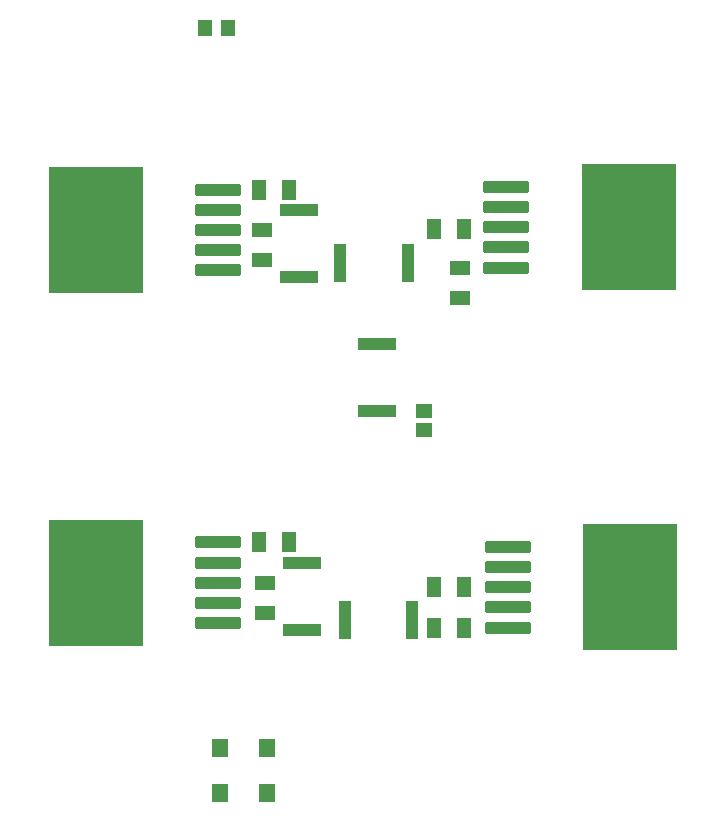
<source format=gtp>
G04*
G04 #@! TF.GenerationSoftware,Altium Limited,Altium Designer,21.4.1 (30)*
G04*
G04 Layer_Color=8421504*
%FSLAX25Y25*%
%MOIN*%
G70*
G04*
G04 #@! TF.SameCoordinates,39AD2F1A-D5AA-41BC-B7BA-F57A03BCC34B*
G04*
G04*
G04 #@! TF.FilePolarity,Positive*
G04*
G01*
G75*
G04:AMPARAMS|DCode=13|XSize=37.4mil|YSize=151.58mil|CornerRadius=2.06mil|HoleSize=0mil|Usage=FLASHONLY|Rotation=270.000|XOffset=0mil|YOffset=0mil|HoleType=Round|Shape=RoundedRectangle|*
%AMROUNDEDRECTD13*
21,1,0.03740,0.14746,0,0,270.0*
21,1,0.03329,0.15158,0,0,270.0*
1,1,0.00411,-0.07373,-0.01664*
1,1,0.00411,-0.07373,0.01664*
1,1,0.00411,0.07373,0.01664*
1,1,0.00411,0.07373,-0.01664*
%
%ADD13ROUNDEDRECTD13*%
G04:AMPARAMS|DCode=14|XSize=421.26mil|YSize=311.02mil|CornerRadius=1.56mil|HoleSize=0mil|Usage=FLASHONLY|Rotation=270.000|XOffset=0mil|YOffset=0mil|HoleType=Round|Shape=RoundedRectangle|*
%AMROUNDEDRECTD14*
21,1,0.42126,0.30791,0,0,270.0*
21,1,0.41815,0.31102,0,0,270.0*
1,1,0.00311,-0.15396,-0.20908*
1,1,0.00311,-0.15396,0.20908*
1,1,0.00311,0.15396,0.20908*
1,1,0.00311,0.15396,-0.20908*
%
%ADD14ROUNDEDRECTD14*%
%ADD15R,0.12992X0.04331*%
%ADD16R,0.05363X0.04558*%
%ADD17R,0.04331X0.12992*%
%ADD18R,0.06717X0.04545*%
%ADD19R,0.04545X0.06717*%
%ADD20R,0.05512X0.06457*%
%ADD21R,0.04724X0.05709*%
D13*
X377909Y316614D02*
D03*
Y323307D02*
D03*
Y330000D02*
D03*
Y336693D02*
D03*
Y343386D02*
D03*
X474090Y317571D02*
D03*
Y324264D02*
D03*
Y330957D02*
D03*
Y337650D02*
D03*
Y344342D02*
D03*
X474590Y197571D02*
D03*
Y204264D02*
D03*
Y210957D02*
D03*
Y217650D02*
D03*
Y224342D02*
D03*
X377909Y225929D02*
D03*
Y219236D02*
D03*
Y212543D02*
D03*
Y205850D02*
D03*
Y199158D02*
D03*
D14*
X337161Y330000D02*
D03*
X514839Y330957D02*
D03*
X515339Y210957D02*
D03*
X337161Y212543D02*
D03*
D15*
X431000Y269779D02*
D03*
Y292220D02*
D03*
X406000Y219220D02*
D03*
Y196780D02*
D03*
X405000Y336720D02*
D03*
Y314280D02*
D03*
D16*
X446500Y269757D02*
D03*
Y263243D02*
D03*
D17*
X441221Y319000D02*
D03*
X418780D02*
D03*
X442721Y200000D02*
D03*
X420280D02*
D03*
D18*
X458500Y307477D02*
D03*
Y317523D02*
D03*
X392500Y319977D02*
D03*
Y330023D02*
D03*
X393500Y202477D02*
D03*
Y212523D02*
D03*
D19*
X449977Y330500D02*
D03*
X460023D02*
D03*
X401523Y343500D02*
D03*
X391477D02*
D03*
X449977Y197500D02*
D03*
X460023D02*
D03*
X449977Y211000D02*
D03*
X460023D02*
D03*
X401523Y226000D02*
D03*
X391477D02*
D03*
D20*
X394433Y157500D02*
D03*
X378567D02*
D03*
Y142500D02*
D03*
X394433D02*
D03*
D21*
X373563Y397500D02*
D03*
X381437D02*
D03*
M02*

</source>
